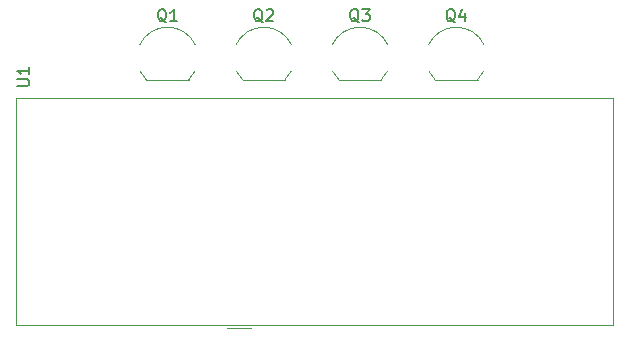
<source format=gbr>
G04 #@! TF.GenerationSoftware,KiCad,Pcbnew,5.99.0-unknown-r17121-d4cea0f2*
G04 #@! TF.CreationDate,2019-12-07T19:23:27-06:00*
G04 #@! TF.ProjectId,7_segment_led_module,375f7365-676d-4656-9e74-5f6c65645f6d,A*
G04 #@! TF.SameCoordinates,Original*
G04 #@! TF.FileFunction,Legend,Top*
G04 #@! TF.FilePolarity,Positive*
%FSLAX46Y46*%
G04 Gerber Fmt 4.6, Leading zero omitted, Abs format (unit mm)*
G04 Created by KiCad (PCBNEW 5.99.0-unknown-r17121-d4cea0f2) date 2019-12-07 19:23:27*
%MOMM*%
%LPD*%
G04 APERTURE LIST*
%ADD10C,0.120000*%
%ADD11C,0.150000*%
G04 APERTURE END LIST*
D10*
X151220000Y-91135000D02*
X153220000Y-91135000D01*
X183840000Y-71645000D02*
X133300000Y-71645000D01*
X183840000Y-90885000D02*
X183840000Y-71645000D01*
X133300000Y-90885000D02*
X183840000Y-90885000D01*
X133300000Y-90885000D02*
X133300000Y-71645000D01*
X172929184Y-69362795D02*
G75*
G02X172405000Y-70090000I-2324184J1122795D01*
G01*
X172961400Y-67141193D02*
G75*
G03X170605000Y-65640000I-2356400J-1098807D01*
G01*
X168248600Y-67141193D02*
G75*
G02X170605000Y-65640000I2356400J-1098807D01*
G01*
X168280816Y-69362795D02*
G75*
G03X168805000Y-70090000I2324184J1122795D01*
G01*
X168805000Y-70090000D02*
X172405000Y-70090000D01*
X164779184Y-69362795D02*
G75*
G02X164255000Y-70090000I-2324184J1122795D01*
G01*
X164811400Y-67141193D02*
G75*
G03X162455000Y-65640000I-2356400J-1098807D01*
G01*
X160098600Y-67141193D02*
G75*
G02X162455000Y-65640000I2356400J-1098807D01*
G01*
X160130816Y-69362795D02*
G75*
G03X160655000Y-70090000I2324184J1122795D01*
G01*
X160655000Y-70090000D02*
X164255000Y-70090000D01*
X156629184Y-69362795D02*
G75*
G02X156105000Y-70090000I-2324184J1122795D01*
G01*
X156661400Y-67141193D02*
G75*
G03X154305000Y-65640000I-2356400J-1098807D01*
G01*
X151948600Y-67141193D02*
G75*
G02X154305000Y-65640000I2356400J-1098807D01*
G01*
X151980816Y-69362795D02*
G75*
G03X152505000Y-70090000I2324184J1122795D01*
G01*
X152505000Y-70090000D02*
X156105000Y-70090000D01*
X148479184Y-69362795D02*
G75*
G02X147955000Y-70090000I-2324184J1122795D01*
G01*
X148511400Y-67141193D02*
G75*
G03X146155000Y-65640000I-2356400J-1098807D01*
G01*
X143798600Y-67141193D02*
G75*
G02X146155000Y-65640000I2356400J-1098807D01*
G01*
X143830816Y-69362795D02*
G75*
G03X144355000Y-70090000I2324184J1122795D01*
G01*
X144355000Y-70090000D02*
X147955000Y-70090000D01*
D11*
X133437380Y-70611904D02*
X134246904Y-70611904D01*
X134342142Y-70564285D01*
X134389761Y-70516666D01*
X134437380Y-70421428D01*
X134437380Y-70230952D01*
X134389761Y-70135714D01*
X134342142Y-70088095D01*
X134246904Y-70040476D01*
X133437380Y-70040476D01*
X134437380Y-69040476D02*
X134437380Y-69611904D01*
X134437380Y-69326190D02*
X133437380Y-69326190D01*
X133580238Y-69421428D01*
X133675476Y-69516666D01*
X133723095Y-69611904D01*
X170509761Y-65227619D02*
X170414523Y-65180000D01*
X170319285Y-65084761D01*
X170176428Y-64941904D01*
X170081190Y-64894285D01*
X169985952Y-64894285D01*
X170033571Y-65132380D02*
X169938333Y-65084761D01*
X169843095Y-64989523D01*
X169795476Y-64799047D01*
X169795476Y-64465714D01*
X169843095Y-64275238D01*
X169938333Y-64180000D01*
X170033571Y-64132380D01*
X170224047Y-64132380D01*
X170319285Y-64180000D01*
X170414523Y-64275238D01*
X170462142Y-64465714D01*
X170462142Y-64799047D01*
X170414523Y-64989523D01*
X170319285Y-65084761D01*
X170224047Y-65132380D01*
X170033571Y-65132380D01*
X171319285Y-64465714D02*
X171319285Y-65132380D01*
X171081190Y-64084761D02*
X170843095Y-64799047D01*
X171462142Y-64799047D01*
X162359761Y-65227619D02*
X162264523Y-65180000D01*
X162169285Y-65084761D01*
X162026428Y-64941904D01*
X161931190Y-64894285D01*
X161835952Y-64894285D01*
X161883571Y-65132380D02*
X161788333Y-65084761D01*
X161693095Y-64989523D01*
X161645476Y-64799047D01*
X161645476Y-64465714D01*
X161693095Y-64275238D01*
X161788333Y-64180000D01*
X161883571Y-64132380D01*
X162074047Y-64132380D01*
X162169285Y-64180000D01*
X162264523Y-64275238D01*
X162312142Y-64465714D01*
X162312142Y-64799047D01*
X162264523Y-64989523D01*
X162169285Y-65084761D01*
X162074047Y-65132380D01*
X161883571Y-65132380D01*
X162645476Y-64132380D02*
X163264523Y-64132380D01*
X162931190Y-64513333D01*
X163074047Y-64513333D01*
X163169285Y-64560952D01*
X163216904Y-64608571D01*
X163264523Y-64703809D01*
X163264523Y-64941904D01*
X163216904Y-65037142D01*
X163169285Y-65084761D01*
X163074047Y-65132380D01*
X162788333Y-65132380D01*
X162693095Y-65084761D01*
X162645476Y-65037142D01*
X154209761Y-65227619D02*
X154114523Y-65180000D01*
X154019285Y-65084761D01*
X153876428Y-64941904D01*
X153781190Y-64894285D01*
X153685952Y-64894285D01*
X153733571Y-65132380D02*
X153638333Y-65084761D01*
X153543095Y-64989523D01*
X153495476Y-64799047D01*
X153495476Y-64465714D01*
X153543095Y-64275238D01*
X153638333Y-64180000D01*
X153733571Y-64132380D01*
X153924047Y-64132380D01*
X154019285Y-64180000D01*
X154114523Y-64275238D01*
X154162142Y-64465714D01*
X154162142Y-64799047D01*
X154114523Y-64989523D01*
X154019285Y-65084761D01*
X153924047Y-65132380D01*
X153733571Y-65132380D01*
X154543095Y-64227619D02*
X154590714Y-64180000D01*
X154685952Y-64132380D01*
X154924047Y-64132380D01*
X155019285Y-64180000D01*
X155066904Y-64227619D01*
X155114523Y-64322857D01*
X155114523Y-64418095D01*
X155066904Y-64560952D01*
X154495476Y-65132380D01*
X155114523Y-65132380D01*
X146059761Y-65227619D02*
X145964523Y-65180000D01*
X145869285Y-65084761D01*
X145726428Y-64941904D01*
X145631190Y-64894285D01*
X145535952Y-64894285D01*
X145583571Y-65132380D02*
X145488333Y-65084761D01*
X145393095Y-64989523D01*
X145345476Y-64799047D01*
X145345476Y-64465714D01*
X145393095Y-64275238D01*
X145488333Y-64180000D01*
X145583571Y-64132380D01*
X145774047Y-64132380D01*
X145869285Y-64180000D01*
X145964523Y-64275238D01*
X146012142Y-64465714D01*
X146012142Y-64799047D01*
X145964523Y-64989523D01*
X145869285Y-65084761D01*
X145774047Y-65132380D01*
X145583571Y-65132380D01*
X146964523Y-65132380D02*
X146393095Y-65132380D01*
X146678809Y-65132380D02*
X146678809Y-64132380D01*
X146583571Y-64275238D01*
X146488333Y-64370476D01*
X146393095Y-64418095D01*
M02*

</source>
